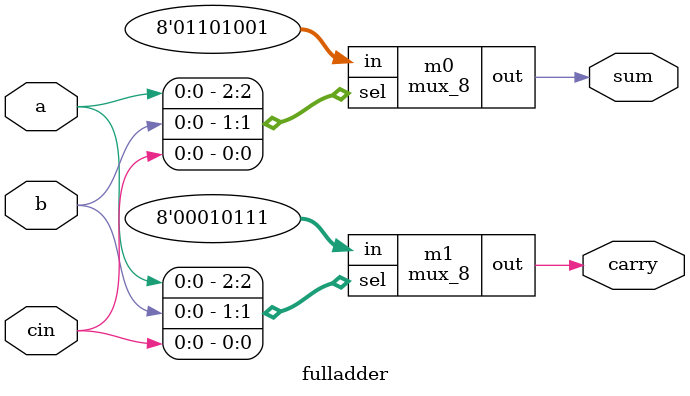
<source format=v>

/*
Truth Table
a,b,bin:sum,carry
0,0,0  : 0 , 0
0,0,1  : 1 , 0
0,1,0  : 1 , 0
0,1,1  : 0 , 1
1,0,0  : 1 , 0
1,0,1  : 0 , 1
1,1,0  : 0 , 1
1,1,1  : 1 , 1

*/
module mux_8(output out,
             input [7:0] in,
             input [2:0] sel);

assign out = in[sel];
endmodule

module fulladder(output sum, carry,
                 input a,b,cin);

mux_8 m0(sum, {1'b0,1'b1,1'b1,1'b0,1'b1,1'b0,1'b0,1'b1}, {a,b,cin});
mux_8 m1(carry, {1'b0,1'b0,1'b0,1'b1,1'b0,1'b1,1'b1,1'b1}, {a,b,cin});

endmodule
</source>
